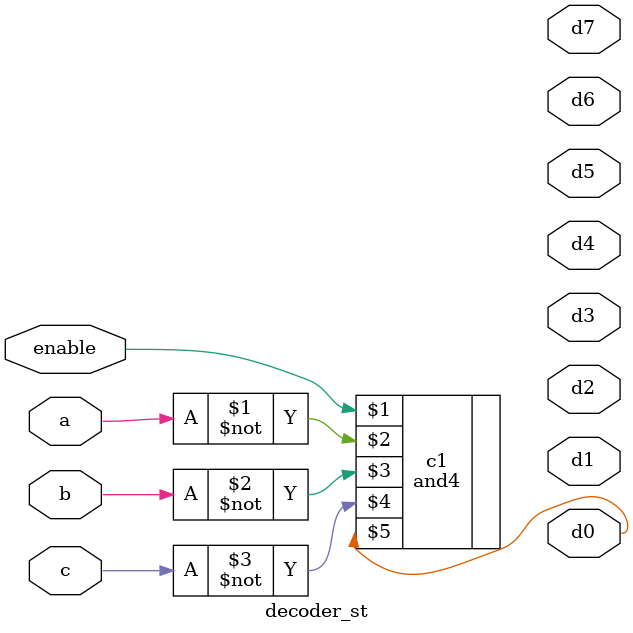
<source format=v>
`timescale 1ns / 1ps


module decoder_st(
// I/0 ports 
 input  wire enable , 
 input  wire a , 
 input  wire b , 
 input  wire c , 
 output wire d0, 
 output wire d1, 
 output wire d2, 
 output wire d3, 
 output wire d4, 
 output wire d5, 
 output wire d6, 
 output wire d7 

 );

// Using the and4 module to set all outputs 

and4 c1(enable, ~a, ~b, ~c, d0) ; 
// your code here

endmodule

</source>
